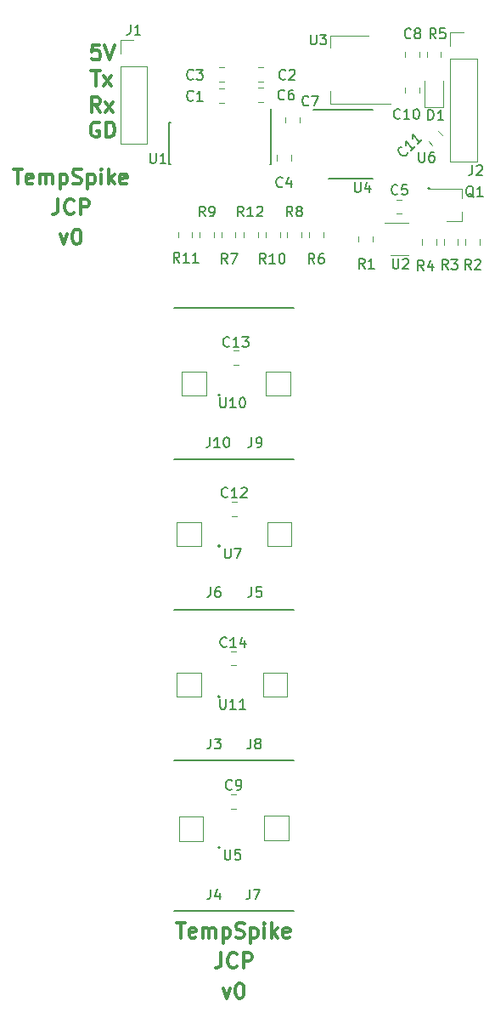
<source format=gto>
G04 #@! TF.GenerationSoftware,KiCad,Pcbnew,(5.0.2)-1*
G04 #@! TF.CreationDate,2020-07-12T04:03:39+02:00*
G04 #@! TF.ProjectId,TempSpike,54656d70-5370-4696-9b65-2e6b69636164,rev?*
G04 #@! TF.SameCoordinates,Original*
G04 #@! TF.FileFunction,Legend,Top*
G04 #@! TF.FilePolarity,Positive*
%FSLAX46Y46*%
G04 Gerber Fmt 4.6, Leading zero omitted, Abs format (unit mm)*
G04 Created by KiCad (PCBNEW (5.0.2)-1) date 2020/07/12 04:03:39*
%MOMM*%
%LPD*%
G01*
G04 APERTURE LIST*
%ADD10C,0.300000*%
%ADD11C,0.200000*%
%ADD12C,0.120000*%
%ADD13C,0.150000*%
G04 APERTURE END LIST*
D10*
X139542857Y-47550000D02*
X139400000Y-47478571D01*
X139185714Y-47478571D01*
X138971428Y-47550000D01*
X138828571Y-47692857D01*
X138757142Y-47835714D01*
X138685714Y-48121428D01*
X138685714Y-48335714D01*
X138757142Y-48621428D01*
X138828571Y-48764285D01*
X138971428Y-48907142D01*
X139185714Y-48978571D01*
X139328571Y-48978571D01*
X139542857Y-48907142D01*
X139614285Y-48835714D01*
X139614285Y-48335714D01*
X139328571Y-48335714D01*
X140257142Y-48978571D02*
X140257142Y-47478571D01*
X140614285Y-47478571D01*
X140828571Y-47550000D01*
X140971428Y-47692857D01*
X141042857Y-47835714D01*
X141114285Y-48121428D01*
X141114285Y-48335714D01*
X141042857Y-48621428D01*
X140971428Y-48764285D01*
X140828571Y-48907142D01*
X140614285Y-48978571D01*
X140257142Y-48978571D01*
X139614285Y-39778571D02*
X138900000Y-39778571D01*
X138828571Y-40492857D01*
X138900000Y-40421428D01*
X139042857Y-40350000D01*
X139400000Y-40350000D01*
X139542857Y-40421428D01*
X139614285Y-40492857D01*
X139685714Y-40635714D01*
X139685714Y-40992857D01*
X139614285Y-41135714D01*
X139542857Y-41207142D01*
X139400000Y-41278571D01*
X139042857Y-41278571D01*
X138900000Y-41207142D01*
X138828571Y-41135714D01*
X140114285Y-39778571D02*
X140614285Y-41278571D01*
X141114285Y-39778571D01*
X138764285Y-42378571D02*
X139621428Y-42378571D01*
X139192857Y-43878571D02*
X139192857Y-42378571D01*
X139978571Y-43878571D02*
X140764285Y-42878571D01*
X139978571Y-42878571D02*
X140764285Y-43878571D01*
X139657142Y-46478571D02*
X139157142Y-45764285D01*
X138800000Y-46478571D02*
X138800000Y-44978571D01*
X139371428Y-44978571D01*
X139514285Y-45050000D01*
X139585714Y-45121428D01*
X139657142Y-45264285D01*
X139657142Y-45478571D01*
X139585714Y-45621428D01*
X139514285Y-45692857D01*
X139371428Y-45764285D01*
X138800000Y-45764285D01*
X140157142Y-46478571D02*
X140942857Y-45478571D01*
X140157142Y-45478571D02*
X140942857Y-46478571D01*
X135672571Y-58637571D02*
X136029714Y-59637571D01*
X136386857Y-58637571D01*
X137244000Y-58137571D02*
X137386857Y-58137571D01*
X137529714Y-58209000D01*
X137601142Y-58280428D01*
X137672571Y-58423285D01*
X137744000Y-58709000D01*
X137744000Y-59066142D01*
X137672571Y-59351857D01*
X137601142Y-59494714D01*
X137529714Y-59566142D01*
X137386857Y-59637571D01*
X137244000Y-59637571D01*
X137101142Y-59566142D01*
X137029714Y-59494714D01*
X136958285Y-59351857D01*
X136886857Y-59066142D01*
X136886857Y-58709000D01*
X136958285Y-58423285D01*
X137029714Y-58280428D01*
X137101142Y-58209000D01*
X137244000Y-58137571D01*
X130994000Y-52137571D02*
X131851142Y-52137571D01*
X131422571Y-53637571D02*
X131422571Y-52137571D01*
X132922571Y-53566142D02*
X132779714Y-53637571D01*
X132494000Y-53637571D01*
X132351142Y-53566142D01*
X132279714Y-53423285D01*
X132279714Y-52851857D01*
X132351142Y-52709000D01*
X132494000Y-52637571D01*
X132779714Y-52637571D01*
X132922571Y-52709000D01*
X132994000Y-52851857D01*
X132994000Y-52994714D01*
X132279714Y-53137571D01*
X133636857Y-53637571D02*
X133636857Y-52637571D01*
X133636857Y-52780428D02*
X133708285Y-52709000D01*
X133851142Y-52637571D01*
X134065428Y-52637571D01*
X134208285Y-52709000D01*
X134279714Y-52851857D01*
X134279714Y-53637571D01*
X134279714Y-52851857D02*
X134351142Y-52709000D01*
X134494000Y-52637571D01*
X134708285Y-52637571D01*
X134851142Y-52709000D01*
X134922571Y-52851857D01*
X134922571Y-53637571D01*
X135636857Y-52637571D02*
X135636857Y-54137571D01*
X135636857Y-52709000D02*
X135779714Y-52637571D01*
X136065428Y-52637571D01*
X136208285Y-52709000D01*
X136279714Y-52780428D01*
X136351142Y-52923285D01*
X136351142Y-53351857D01*
X136279714Y-53494714D01*
X136208285Y-53566142D01*
X136065428Y-53637571D01*
X135779714Y-53637571D01*
X135636857Y-53566142D01*
X136922571Y-53566142D02*
X137136857Y-53637571D01*
X137494000Y-53637571D01*
X137636857Y-53566142D01*
X137708285Y-53494714D01*
X137779714Y-53351857D01*
X137779714Y-53209000D01*
X137708285Y-53066142D01*
X137636857Y-52994714D01*
X137494000Y-52923285D01*
X137208285Y-52851857D01*
X137065428Y-52780428D01*
X136994000Y-52709000D01*
X136922571Y-52566142D01*
X136922571Y-52423285D01*
X136994000Y-52280428D01*
X137065428Y-52209000D01*
X137208285Y-52137571D01*
X137565428Y-52137571D01*
X137779714Y-52209000D01*
X138422571Y-52637571D02*
X138422571Y-54137571D01*
X138422571Y-52709000D02*
X138565428Y-52637571D01*
X138851142Y-52637571D01*
X138994000Y-52709000D01*
X139065428Y-52780428D01*
X139136857Y-52923285D01*
X139136857Y-53351857D01*
X139065428Y-53494714D01*
X138994000Y-53566142D01*
X138851142Y-53637571D01*
X138565428Y-53637571D01*
X138422571Y-53566142D01*
X139779714Y-53637571D02*
X139779714Y-52637571D01*
X139779714Y-52137571D02*
X139708285Y-52209000D01*
X139779714Y-52280428D01*
X139851142Y-52209000D01*
X139779714Y-52137571D01*
X139779714Y-52280428D01*
X140494000Y-53637571D02*
X140494000Y-52137571D01*
X140636857Y-53066142D02*
X141065428Y-53637571D01*
X141065428Y-52637571D02*
X140494000Y-53209000D01*
X142279714Y-53566142D02*
X142136857Y-53637571D01*
X141851142Y-53637571D01*
X141708285Y-53566142D01*
X141636857Y-53423285D01*
X141636857Y-52851857D01*
X141708285Y-52709000D01*
X141851142Y-52637571D01*
X142136857Y-52637571D01*
X142279714Y-52709000D01*
X142351142Y-52851857D01*
X142351142Y-52994714D01*
X141636857Y-53137571D01*
X135458285Y-55137571D02*
X135458285Y-56209000D01*
X135386857Y-56423285D01*
X135244000Y-56566142D01*
X135029714Y-56637571D01*
X134886857Y-56637571D01*
X137029714Y-56494714D02*
X136958285Y-56566142D01*
X136744000Y-56637571D01*
X136601142Y-56637571D01*
X136386857Y-56566142D01*
X136244000Y-56423285D01*
X136172571Y-56280428D01*
X136101142Y-55994714D01*
X136101142Y-55780428D01*
X136172571Y-55494714D01*
X136244000Y-55351857D01*
X136386857Y-55209000D01*
X136601142Y-55137571D01*
X136744000Y-55137571D01*
X136958285Y-55209000D01*
X137029714Y-55280428D01*
X137672571Y-56637571D02*
X137672571Y-55137571D01*
X138244000Y-55137571D01*
X138386857Y-55209000D01*
X138458285Y-55280428D01*
X138529714Y-55423285D01*
X138529714Y-55637571D01*
X138458285Y-55780428D01*
X138386857Y-55851857D01*
X138244000Y-55923285D01*
X137672571Y-55923285D01*
X151928571Y-133678571D02*
X152285714Y-134678571D01*
X152642857Y-133678571D01*
X153500000Y-133178571D02*
X153642857Y-133178571D01*
X153785714Y-133250000D01*
X153857142Y-133321428D01*
X153928571Y-133464285D01*
X154000000Y-133750000D01*
X154000000Y-134107142D01*
X153928571Y-134392857D01*
X153857142Y-134535714D01*
X153785714Y-134607142D01*
X153642857Y-134678571D01*
X153500000Y-134678571D01*
X153357142Y-134607142D01*
X153285714Y-134535714D01*
X153214285Y-134392857D01*
X153142857Y-134107142D01*
X153142857Y-133750000D01*
X153214285Y-133464285D01*
X153285714Y-133321428D01*
X153357142Y-133250000D01*
X153500000Y-133178571D01*
X151714285Y-130178571D02*
X151714285Y-131250000D01*
X151642857Y-131464285D01*
X151500000Y-131607142D01*
X151285714Y-131678571D01*
X151142857Y-131678571D01*
X153285714Y-131535714D02*
X153214285Y-131607142D01*
X153000000Y-131678571D01*
X152857142Y-131678571D01*
X152642857Y-131607142D01*
X152500000Y-131464285D01*
X152428571Y-131321428D01*
X152357142Y-131035714D01*
X152357142Y-130821428D01*
X152428571Y-130535714D01*
X152500000Y-130392857D01*
X152642857Y-130250000D01*
X152857142Y-130178571D01*
X153000000Y-130178571D01*
X153214285Y-130250000D01*
X153285714Y-130321428D01*
X153928571Y-131678571D02*
X153928571Y-130178571D01*
X154500000Y-130178571D01*
X154642857Y-130250000D01*
X154714285Y-130321428D01*
X154785714Y-130464285D01*
X154785714Y-130678571D01*
X154714285Y-130821428D01*
X154642857Y-130892857D01*
X154500000Y-130964285D01*
X153928571Y-130964285D01*
X147250000Y-127178571D02*
X148107142Y-127178571D01*
X147678571Y-128678571D02*
X147678571Y-127178571D01*
X149178571Y-128607142D02*
X149035714Y-128678571D01*
X148750000Y-128678571D01*
X148607142Y-128607142D01*
X148535714Y-128464285D01*
X148535714Y-127892857D01*
X148607142Y-127750000D01*
X148750000Y-127678571D01*
X149035714Y-127678571D01*
X149178571Y-127750000D01*
X149250000Y-127892857D01*
X149250000Y-128035714D01*
X148535714Y-128178571D01*
X149892857Y-128678571D02*
X149892857Y-127678571D01*
X149892857Y-127821428D02*
X149964285Y-127750000D01*
X150107142Y-127678571D01*
X150321428Y-127678571D01*
X150464285Y-127750000D01*
X150535714Y-127892857D01*
X150535714Y-128678571D01*
X150535714Y-127892857D02*
X150607142Y-127750000D01*
X150750000Y-127678571D01*
X150964285Y-127678571D01*
X151107142Y-127750000D01*
X151178571Y-127892857D01*
X151178571Y-128678571D01*
X151892857Y-127678571D02*
X151892857Y-129178571D01*
X151892857Y-127750000D02*
X152035714Y-127678571D01*
X152321428Y-127678571D01*
X152464285Y-127750000D01*
X152535714Y-127821428D01*
X152607142Y-127964285D01*
X152607142Y-128392857D01*
X152535714Y-128535714D01*
X152464285Y-128607142D01*
X152321428Y-128678571D01*
X152035714Y-128678571D01*
X151892857Y-128607142D01*
X153178571Y-128607142D02*
X153392857Y-128678571D01*
X153750000Y-128678571D01*
X153892857Y-128607142D01*
X153964285Y-128535714D01*
X154035714Y-128392857D01*
X154035714Y-128250000D01*
X153964285Y-128107142D01*
X153892857Y-128035714D01*
X153750000Y-127964285D01*
X153464285Y-127892857D01*
X153321428Y-127821428D01*
X153250000Y-127750000D01*
X153178571Y-127607142D01*
X153178571Y-127464285D01*
X153250000Y-127321428D01*
X153321428Y-127250000D01*
X153464285Y-127178571D01*
X153821428Y-127178571D01*
X154035714Y-127250000D01*
X154678571Y-127678571D02*
X154678571Y-129178571D01*
X154678571Y-127750000D02*
X154821428Y-127678571D01*
X155107142Y-127678571D01*
X155250000Y-127750000D01*
X155321428Y-127821428D01*
X155392857Y-127964285D01*
X155392857Y-128392857D01*
X155321428Y-128535714D01*
X155250000Y-128607142D01*
X155107142Y-128678571D01*
X154821428Y-128678571D01*
X154678571Y-128607142D01*
X156035714Y-128678571D02*
X156035714Y-127678571D01*
X156035714Y-127178571D02*
X155964285Y-127250000D01*
X156035714Y-127321428D01*
X156107142Y-127250000D01*
X156035714Y-127178571D01*
X156035714Y-127321428D01*
X156750000Y-128678571D02*
X156750000Y-127178571D01*
X156892857Y-128107142D02*
X157321428Y-128678571D01*
X157321428Y-127678571D02*
X156750000Y-128250000D01*
X158535714Y-128607142D02*
X158392857Y-128678571D01*
X158107142Y-128678571D01*
X157964285Y-128607142D01*
X157892857Y-128464285D01*
X157892857Y-127892857D01*
X157964285Y-127750000D01*
X158107142Y-127678571D01*
X158392857Y-127678571D01*
X158535714Y-127750000D01*
X158607142Y-127892857D01*
X158607142Y-128035714D01*
X157892857Y-128178571D01*
D11*
X147000000Y-66000000D02*
X159000000Y-66000000D01*
X147000000Y-81000000D02*
X159000000Y-81000000D01*
X147000000Y-96000000D02*
X159000000Y-96000000D01*
X159000000Y-111000000D02*
X147000000Y-111000000D01*
X147000000Y-126000000D02*
X159000000Y-126000000D01*
D12*
G04 #@! TO.C,C1*
X152011078Y-44110000D02*
X151493922Y-44110000D01*
X152011078Y-45530000D02*
X151493922Y-45530000D01*
G04 #@! TO.C,C2*
X155368922Y-45500000D02*
X155886078Y-45500000D01*
X155368922Y-44080000D02*
X155886078Y-44080000D01*
G04 #@! TO.C,C3*
X151488922Y-42040000D02*
X152006078Y-42040000D01*
X151488922Y-43460000D02*
X152006078Y-43460000D01*
G04 #@! TO.C,C4*
X158698000Y-51280078D02*
X158698000Y-50762922D01*
X157278000Y-51280078D02*
X157278000Y-50762922D01*
G04 #@! TO.C,C5*
X169237922Y-55186000D02*
X169755078Y-55186000D01*
X169237922Y-56606000D02*
X169755078Y-56606000D01*
G04 #@! TO.C,C6*
X155891078Y-43460000D02*
X155373922Y-43460000D01*
X155891078Y-42040000D02*
X155373922Y-42040000D01*
G04 #@! TO.C,C7*
X159523500Y-47533578D02*
X159523500Y-47016422D01*
X158103500Y-47533578D02*
X158103500Y-47016422D01*
G04 #@! TO.C,C8*
X170090000Y-40445922D02*
X170090000Y-40963078D01*
X171510000Y-40445922D02*
X171510000Y-40963078D01*
G04 #@! TO.C,C9*
X153216078Y-114420000D02*
X152698922Y-114420000D01*
X153216078Y-115840000D02*
X152698922Y-115840000D01*
G04 #@! TO.C,C10*
X170090000Y-44556078D02*
X170090000Y-44038922D01*
X171510000Y-44556078D02*
X171510000Y-44038922D01*
G04 #@! TO.C,C11*
X173392291Y-48388699D02*
X173757975Y-48754383D01*
X172388199Y-49392791D02*
X172753883Y-49758475D01*
G04 #@! TO.C,C12*
X153276078Y-86730000D02*
X152758922Y-86730000D01*
X153276078Y-85310000D02*
X152758922Y-85310000D01*
G04 #@! TO.C,C13*
X153446078Y-71630000D02*
X152928922Y-71630000D01*
X153446078Y-70210000D02*
X152928922Y-70210000D01*
G04 #@! TO.C,C14*
X153201078Y-100150000D02*
X152683922Y-100150000D01*
X153201078Y-101570000D02*
X152683922Y-101570000D01*
G04 #@! TO.C,D1*
X171985000Y-43324000D02*
X171985000Y-46009000D01*
X171985000Y-46009000D02*
X173905000Y-46009000D01*
X173905000Y-46009000D02*
X173905000Y-43324000D01*
G04 #@! TO.C,J1*
X141672000Y-49606000D02*
X144332000Y-49606000D01*
X141672000Y-41926000D02*
X141672000Y-49606000D01*
X144332000Y-41926000D02*
X144332000Y-49606000D01*
X141672000Y-41926000D02*
X144332000Y-41926000D01*
X141672000Y-40656000D02*
X141672000Y-39326000D01*
X141672000Y-39326000D02*
X143002000Y-39326000D01*
G04 #@! TO.C,J2*
X174565000Y-51384000D02*
X177225000Y-51384000D01*
X174565000Y-41164000D02*
X174565000Y-51384000D01*
X177225000Y-41164000D02*
X177225000Y-51384000D01*
X174565000Y-41164000D02*
X177225000Y-41164000D01*
X174565000Y-39894000D02*
X174565000Y-38564000D01*
X174565000Y-38564000D02*
X175895000Y-38564000D01*
G04 #@! TO.C,J3*
X147300000Y-104700000D02*
X147300000Y-102300000D01*
X149700000Y-104700000D02*
X147300000Y-104700000D01*
X149700000Y-102300000D02*
X149700000Y-104700000D01*
X147300000Y-102300000D02*
X149700000Y-102300000D01*
G04 #@! TO.C,J4*
X147517000Y-116620000D02*
X149917000Y-116620000D01*
X149917000Y-116620000D02*
X149917000Y-119020000D01*
X149917000Y-119020000D02*
X147517000Y-119020000D01*
X147517000Y-119020000D02*
X147517000Y-116620000D01*
G04 #@! TO.C,J5*
X156310000Y-89700000D02*
X156310000Y-87300000D01*
X158710000Y-89700000D02*
X156310000Y-89700000D01*
X158710000Y-87300000D02*
X158710000Y-89700000D01*
X156310000Y-87300000D02*
X158710000Y-87300000D01*
G04 #@! TO.C,J6*
X147300000Y-87300000D02*
X149700000Y-87300000D01*
X149700000Y-87300000D02*
X149700000Y-89700000D01*
X149700000Y-89700000D02*
X147300000Y-89700000D01*
X147300000Y-89700000D02*
X147300000Y-87300000D01*
G04 #@! TO.C,J7*
X156026000Y-118929000D02*
X156026000Y-116529000D01*
X158426000Y-118929000D02*
X156026000Y-118929000D01*
X158426000Y-116529000D02*
X158426000Y-118929000D01*
X156026000Y-116529000D02*
X158426000Y-116529000D01*
G04 #@! TO.C,J8*
X155899000Y-102300000D02*
X158299000Y-102300000D01*
X158299000Y-102300000D02*
X158299000Y-104700000D01*
X158299000Y-104700000D02*
X155899000Y-104700000D01*
X155899000Y-104700000D02*
X155899000Y-102300000D01*
G04 #@! TO.C,J9*
X156200000Y-74700000D02*
X156200000Y-72300000D01*
X158600000Y-74700000D02*
X156200000Y-74700000D01*
X158600000Y-72300000D02*
X158600000Y-74700000D01*
X156200000Y-72300000D02*
X158600000Y-72300000D01*
G04 #@! TO.C,J10*
X147810000Y-72300000D02*
X150210000Y-72300000D01*
X150210000Y-72300000D02*
X150210000Y-74700000D01*
X150210000Y-74700000D02*
X147810000Y-74700000D01*
X147810000Y-74700000D02*
X147810000Y-72300000D01*
G04 #@! TO.C,Q1*
X175695538Y-57294378D02*
X175695538Y-56364378D01*
X175695538Y-54134378D02*
X175695538Y-55064378D01*
X175695538Y-54134378D02*
X172535538Y-54134378D01*
X175695538Y-57294378D02*
X174235538Y-57294378D01*
G04 #@! TO.C,R1*
X166826000Y-58860922D02*
X166826000Y-59378078D01*
X165406000Y-58860922D02*
X165406000Y-59378078D01*
G04 #@! TO.C,R2*
X177494000Y-59662078D02*
X177494000Y-59144922D01*
X176074000Y-59662078D02*
X176074000Y-59144922D01*
G04 #@! TO.C,R3*
X175335000Y-59144922D02*
X175335000Y-59662078D01*
X173915000Y-59144922D02*
X173915000Y-59662078D01*
G04 #@! TO.C,R4*
X171756000Y-59144922D02*
X171756000Y-59662078D01*
X173176000Y-59144922D02*
X173176000Y-59662078D01*
G04 #@! TO.C,R5*
X172215000Y-40972578D02*
X172215000Y-40455422D01*
X173635000Y-40972578D02*
X173635000Y-40455422D01*
G04 #@! TO.C,R6*
X160490000Y-58921078D02*
X160490000Y-58403922D01*
X161910000Y-58921078D02*
X161910000Y-58403922D01*
G04 #@! TO.C,R7*
X153145000Y-58924078D02*
X153145000Y-58406922D01*
X151725000Y-58924078D02*
X151725000Y-58406922D01*
G04 #@! TO.C,R8*
X159727000Y-58924078D02*
X159727000Y-58406922D01*
X158307000Y-58924078D02*
X158307000Y-58406922D01*
G04 #@! TO.C,R9*
X149566000Y-58924078D02*
X149566000Y-58406922D01*
X150986000Y-58924078D02*
X150986000Y-58406922D01*
G04 #@! TO.C,R10*
X156148000Y-58924078D02*
X156148000Y-58406922D01*
X157568000Y-58924078D02*
X157568000Y-58406922D01*
G04 #@! TO.C,R11*
X148827000Y-58924078D02*
X148827000Y-58406922D01*
X147407000Y-58924078D02*
X147407000Y-58406922D01*
G04 #@! TO.C,R12*
X155409000Y-58924078D02*
X155409000Y-58406922D01*
X153989000Y-58924078D02*
X153989000Y-58406922D01*
D13*
G04 #@! TO.C,U1*
X156680000Y-47545000D02*
X156680000Y-46170000D01*
X146555000Y-47545000D02*
X146555000Y-51695000D01*
X156705000Y-47545000D02*
X156705000Y-51695000D01*
X146555000Y-47545000D02*
X146660000Y-47545000D01*
X146555000Y-51695000D02*
X146660000Y-51695000D01*
X156705000Y-51695000D02*
X156600000Y-51695000D01*
X156705000Y-47545000D02*
X156680000Y-47545000D01*
D12*
G04 #@! TO.C,U2*
X168630000Y-60723000D02*
X170430000Y-60723000D01*
X170430000Y-57503000D02*
X167980000Y-57503000D01*
G04 #@! TO.C,U3*
X162640000Y-38840000D02*
X162640000Y-40100000D01*
X162640000Y-45660000D02*
X162640000Y-44400000D01*
X166400000Y-38840000D02*
X162640000Y-38840000D01*
X168650000Y-45660000D02*
X162640000Y-45660000D01*
D13*
G04 #@! TO.C,U4*
X162415000Y-53105000D02*
X166865000Y-53105000D01*
X160890000Y-46205000D02*
X166865000Y-46205000D01*
D11*
G04 #@! TO.C,U5*
X151588898Y-119674440D02*
G75*
G03X151588898Y-119674440I-90018J0D01*
G01*
G04 #@! TO.C,U6*
X172525858Y-54082440D02*
G75*
G03X172525858Y-54082440I-90018J0D01*
G01*
G04 #@! TO.C,U7*
X151598898Y-89674440D02*
G75*
G03X151598898Y-89674440I-90018J0D01*
G01*
G04 #@! TO.C,U10*
X151593398Y-74674440D02*
G75*
G03X151593398Y-74674440I-90018J0D01*
G01*
G04 #@! TO.C,U11*
X151588898Y-104674440D02*
G75*
G03X151588898Y-104674440I-90018J0D01*
G01*
G04 #@! TO.C,C1*
D13*
X148933333Y-45257142D02*
X148885714Y-45304761D01*
X148742857Y-45352380D01*
X148647619Y-45352380D01*
X148504761Y-45304761D01*
X148409523Y-45209523D01*
X148361904Y-45114285D01*
X148314285Y-44923809D01*
X148314285Y-44780952D01*
X148361904Y-44590476D01*
X148409523Y-44495238D01*
X148504761Y-44400000D01*
X148647619Y-44352380D01*
X148742857Y-44352380D01*
X148885714Y-44400000D01*
X148933333Y-44447619D01*
X149885714Y-45352380D02*
X149314285Y-45352380D01*
X149600000Y-45352380D02*
X149600000Y-44352380D01*
X149504761Y-44495238D01*
X149409523Y-44590476D01*
X149314285Y-44638095D01*
G04 #@! TO.C,C2*
X158133333Y-43157142D02*
X158085714Y-43204761D01*
X157942857Y-43252380D01*
X157847619Y-43252380D01*
X157704761Y-43204761D01*
X157609523Y-43109523D01*
X157561904Y-43014285D01*
X157514285Y-42823809D01*
X157514285Y-42680952D01*
X157561904Y-42490476D01*
X157609523Y-42395238D01*
X157704761Y-42300000D01*
X157847619Y-42252380D01*
X157942857Y-42252380D01*
X158085714Y-42300000D01*
X158133333Y-42347619D01*
X158514285Y-42347619D02*
X158561904Y-42300000D01*
X158657142Y-42252380D01*
X158895238Y-42252380D01*
X158990476Y-42300000D01*
X159038095Y-42347619D01*
X159085714Y-42442857D01*
X159085714Y-42538095D01*
X159038095Y-42680952D01*
X158466666Y-43252380D01*
X159085714Y-43252380D01*
G04 #@! TO.C,C3*
X148933333Y-43157142D02*
X148885714Y-43204761D01*
X148742857Y-43252380D01*
X148647619Y-43252380D01*
X148504761Y-43204761D01*
X148409523Y-43109523D01*
X148361904Y-43014285D01*
X148314285Y-42823809D01*
X148314285Y-42680952D01*
X148361904Y-42490476D01*
X148409523Y-42395238D01*
X148504761Y-42300000D01*
X148647619Y-42252380D01*
X148742857Y-42252380D01*
X148885714Y-42300000D01*
X148933333Y-42347619D01*
X149266666Y-42252380D02*
X149885714Y-42252380D01*
X149552380Y-42633333D01*
X149695238Y-42633333D01*
X149790476Y-42680952D01*
X149838095Y-42728571D01*
X149885714Y-42823809D01*
X149885714Y-43061904D01*
X149838095Y-43157142D01*
X149790476Y-43204761D01*
X149695238Y-43252380D01*
X149409523Y-43252380D01*
X149314285Y-43204761D01*
X149266666Y-43157142D01*
G04 #@! TO.C,C4*
X157833333Y-53857142D02*
X157785714Y-53904761D01*
X157642857Y-53952380D01*
X157547619Y-53952380D01*
X157404761Y-53904761D01*
X157309523Y-53809523D01*
X157261904Y-53714285D01*
X157214285Y-53523809D01*
X157214285Y-53380952D01*
X157261904Y-53190476D01*
X157309523Y-53095238D01*
X157404761Y-53000000D01*
X157547619Y-52952380D01*
X157642857Y-52952380D01*
X157785714Y-53000000D01*
X157833333Y-53047619D01*
X158690476Y-53285714D02*
X158690476Y-53952380D01*
X158452380Y-52904761D02*
X158214285Y-53619047D01*
X158833333Y-53619047D01*
G04 #@! TO.C,C5*
X169329833Y-54603142D02*
X169282214Y-54650761D01*
X169139357Y-54698380D01*
X169044119Y-54698380D01*
X168901261Y-54650761D01*
X168806023Y-54555523D01*
X168758404Y-54460285D01*
X168710785Y-54269809D01*
X168710785Y-54126952D01*
X168758404Y-53936476D01*
X168806023Y-53841238D01*
X168901261Y-53746000D01*
X169044119Y-53698380D01*
X169139357Y-53698380D01*
X169282214Y-53746000D01*
X169329833Y-53793619D01*
X170234595Y-53698380D02*
X169758404Y-53698380D01*
X169710785Y-54174571D01*
X169758404Y-54126952D01*
X169853642Y-54079333D01*
X170091738Y-54079333D01*
X170186976Y-54126952D01*
X170234595Y-54174571D01*
X170282214Y-54269809D01*
X170282214Y-54507904D01*
X170234595Y-54603142D01*
X170186976Y-54650761D01*
X170091738Y-54698380D01*
X169853642Y-54698380D01*
X169758404Y-54650761D01*
X169710785Y-54603142D01*
G04 #@! TO.C,C6*
X158033333Y-45157142D02*
X157985714Y-45204761D01*
X157842857Y-45252380D01*
X157747619Y-45252380D01*
X157604761Y-45204761D01*
X157509523Y-45109523D01*
X157461904Y-45014285D01*
X157414285Y-44823809D01*
X157414285Y-44680952D01*
X157461904Y-44490476D01*
X157509523Y-44395238D01*
X157604761Y-44300000D01*
X157747619Y-44252380D01*
X157842857Y-44252380D01*
X157985714Y-44300000D01*
X158033333Y-44347619D01*
X158890476Y-44252380D02*
X158700000Y-44252380D01*
X158604761Y-44300000D01*
X158557142Y-44347619D01*
X158461904Y-44490476D01*
X158414285Y-44680952D01*
X158414285Y-45061904D01*
X158461904Y-45157142D01*
X158509523Y-45204761D01*
X158604761Y-45252380D01*
X158795238Y-45252380D01*
X158890476Y-45204761D01*
X158938095Y-45157142D01*
X158985714Y-45061904D01*
X158985714Y-44823809D01*
X158938095Y-44728571D01*
X158890476Y-44680952D01*
X158795238Y-44633333D01*
X158604761Y-44633333D01*
X158509523Y-44680952D01*
X158461904Y-44728571D01*
X158414285Y-44823809D01*
G04 #@! TO.C,C7*
X160433333Y-45757142D02*
X160385714Y-45804761D01*
X160242857Y-45852380D01*
X160147619Y-45852380D01*
X160004761Y-45804761D01*
X159909523Y-45709523D01*
X159861904Y-45614285D01*
X159814285Y-45423809D01*
X159814285Y-45280952D01*
X159861904Y-45090476D01*
X159909523Y-44995238D01*
X160004761Y-44900000D01*
X160147619Y-44852380D01*
X160242857Y-44852380D01*
X160385714Y-44900000D01*
X160433333Y-44947619D01*
X160766666Y-44852380D02*
X161433333Y-44852380D01*
X161004761Y-45852380D01*
G04 #@! TO.C,C8*
X170633333Y-39057142D02*
X170585714Y-39104761D01*
X170442857Y-39152380D01*
X170347619Y-39152380D01*
X170204761Y-39104761D01*
X170109523Y-39009523D01*
X170061904Y-38914285D01*
X170014285Y-38723809D01*
X170014285Y-38580952D01*
X170061904Y-38390476D01*
X170109523Y-38295238D01*
X170204761Y-38200000D01*
X170347619Y-38152380D01*
X170442857Y-38152380D01*
X170585714Y-38200000D01*
X170633333Y-38247619D01*
X171204761Y-38580952D02*
X171109523Y-38533333D01*
X171061904Y-38485714D01*
X171014285Y-38390476D01*
X171014285Y-38342857D01*
X171061904Y-38247619D01*
X171109523Y-38200000D01*
X171204761Y-38152380D01*
X171395238Y-38152380D01*
X171490476Y-38200000D01*
X171538095Y-38247619D01*
X171585714Y-38342857D01*
X171585714Y-38390476D01*
X171538095Y-38485714D01*
X171490476Y-38533333D01*
X171395238Y-38580952D01*
X171204761Y-38580952D01*
X171109523Y-38628571D01*
X171061904Y-38676190D01*
X171014285Y-38771428D01*
X171014285Y-38961904D01*
X171061904Y-39057142D01*
X171109523Y-39104761D01*
X171204761Y-39152380D01*
X171395238Y-39152380D01*
X171490476Y-39104761D01*
X171538095Y-39057142D01*
X171585714Y-38961904D01*
X171585714Y-38771428D01*
X171538095Y-38676190D01*
X171490476Y-38628571D01*
X171395238Y-38580952D01*
G04 #@! TO.C,C9*
X152790833Y-113857142D02*
X152743214Y-113904761D01*
X152600357Y-113952380D01*
X152505119Y-113952380D01*
X152362261Y-113904761D01*
X152267023Y-113809523D01*
X152219404Y-113714285D01*
X152171785Y-113523809D01*
X152171785Y-113380952D01*
X152219404Y-113190476D01*
X152267023Y-113095238D01*
X152362261Y-113000000D01*
X152505119Y-112952380D01*
X152600357Y-112952380D01*
X152743214Y-113000000D01*
X152790833Y-113047619D01*
X153267023Y-113952380D02*
X153457500Y-113952380D01*
X153552738Y-113904761D01*
X153600357Y-113857142D01*
X153695595Y-113714285D01*
X153743214Y-113523809D01*
X153743214Y-113142857D01*
X153695595Y-113047619D01*
X153647976Y-113000000D01*
X153552738Y-112952380D01*
X153362261Y-112952380D01*
X153267023Y-113000000D01*
X153219404Y-113047619D01*
X153171785Y-113142857D01*
X153171785Y-113380952D01*
X153219404Y-113476190D01*
X153267023Y-113523809D01*
X153362261Y-113571428D01*
X153552738Y-113571428D01*
X153647976Y-113523809D01*
X153695595Y-113476190D01*
X153743214Y-113380952D01*
G04 #@! TO.C,C10*
X169557142Y-47057142D02*
X169509523Y-47104761D01*
X169366666Y-47152380D01*
X169271428Y-47152380D01*
X169128571Y-47104761D01*
X169033333Y-47009523D01*
X168985714Y-46914285D01*
X168938095Y-46723809D01*
X168938095Y-46580952D01*
X168985714Y-46390476D01*
X169033333Y-46295238D01*
X169128571Y-46200000D01*
X169271428Y-46152380D01*
X169366666Y-46152380D01*
X169509523Y-46200000D01*
X169557142Y-46247619D01*
X170509523Y-47152380D02*
X169938095Y-47152380D01*
X170223809Y-47152380D02*
X170223809Y-46152380D01*
X170128571Y-46295238D01*
X170033333Y-46390476D01*
X169938095Y-46438095D01*
X171128571Y-46152380D02*
X171223809Y-46152380D01*
X171319047Y-46200000D01*
X171366666Y-46247619D01*
X171414285Y-46342857D01*
X171461904Y-46533333D01*
X171461904Y-46771428D01*
X171414285Y-46961904D01*
X171366666Y-47057142D01*
X171319047Y-47104761D01*
X171223809Y-47152380D01*
X171128571Y-47152380D01*
X171033333Y-47104761D01*
X170985714Y-47057142D01*
X170938095Y-46961904D01*
X170890476Y-46771428D01*
X170890476Y-46533333D01*
X170938095Y-46342857D01*
X170985714Y-46247619D01*
X171033333Y-46200000D01*
X171128571Y-46152380D01*
G04 #@! TO.C,C11*
X170297969Y-50507106D02*
X170297969Y-50574450D01*
X170230625Y-50709137D01*
X170163282Y-50776480D01*
X170028595Y-50843824D01*
X169893908Y-50843824D01*
X169792893Y-50810152D01*
X169624534Y-50709137D01*
X169523519Y-50608122D01*
X169422503Y-50439763D01*
X169388832Y-50338748D01*
X169388832Y-50204061D01*
X169456175Y-50069374D01*
X169523519Y-50002030D01*
X169658206Y-49934687D01*
X169725549Y-49934687D01*
X171038748Y-49901015D02*
X170634687Y-50305076D01*
X170836717Y-50103045D02*
X170129610Y-49395938D01*
X170163282Y-49564297D01*
X170163282Y-49698984D01*
X170129610Y-49800000D01*
X171712183Y-49227580D02*
X171308122Y-49631641D01*
X171510152Y-49429610D02*
X170803045Y-48722503D01*
X170836717Y-48890862D01*
X170836717Y-49025549D01*
X170803045Y-49126564D01*
G04 #@! TO.C,C12*
X152374642Y-84757142D02*
X152327023Y-84804761D01*
X152184166Y-84852380D01*
X152088928Y-84852380D01*
X151946071Y-84804761D01*
X151850833Y-84709523D01*
X151803214Y-84614285D01*
X151755595Y-84423809D01*
X151755595Y-84280952D01*
X151803214Y-84090476D01*
X151850833Y-83995238D01*
X151946071Y-83900000D01*
X152088928Y-83852380D01*
X152184166Y-83852380D01*
X152327023Y-83900000D01*
X152374642Y-83947619D01*
X153327023Y-84852380D02*
X152755595Y-84852380D01*
X153041309Y-84852380D02*
X153041309Y-83852380D01*
X152946071Y-83995238D01*
X152850833Y-84090476D01*
X152755595Y-84138095D01*
X153707976Y-83947619D02*
X153755595Y-83900000D01*
X153850833Y-83852380D01*
X154088928Y-83852380D01*
X154184166Y-83900000D01*
X154231785Y-83947619D01*
X154279404Y-84042857D01*
X154279404Y-84138095D01*
X154231785Y-84280952D01*
X153660357Y-84852380D01*
X154279404Y-84852380D01*
G04 #@! TO.C,C13*
X152544642Y-69757142D02*
X152497023Y-69804761D01*
X152354166Y-69852380D01*
X152258928Y-69852380D01*
X152116071Y-69804761D01*
X152020833Y-69709523D01*
X151973214Y-69614285D01*
X151925595Y-69423809D01*
X151925595Y-69280952D01*
X151973214Y-69090476D01*
X152020833Y-68995238D01*
X152116071Y-68900000D01*
X152258928Y-68852380D01*
X152354166Y-68852380D01*
X152497023Y-68900000D01*
X152544642Y-68947619D01*
X153497023Y-69852380D02*
X152925595Y-69852380D01*
X153211309Y-69852380D02*
X153211309Y-68852380D01*
X153116071Y-68995238D01*
X153020833Y-69090476D01*
X152925595Y-69138095D01*
X153830357Y-68852380D02*
X154449404Y-68852380D01*
X154116071Y-69233333D01*
X154258928Y-69233333D01*
X154354166Y-69280952D01*
X154401785Y-69328571D01*
X154449404Y-69423809D01*
X154449404Y-69661904D01*
X154401785Y-69757142D01*
X154354166Y-69804761D01*
X154258928Y-69852380D01*
X153973214Y-69852380D01*
X153877976Y-69804761D01*
X153830357Y-69757142D01*
G04 #@! TO.C,C14*
X152257142Y-99657142D02*
X152209523Y-99704761D01*
X152066666Y-99752380D01*
X151971428Y-99752380D01*
X151828571Y-99704761D01*
X151733333Y-99609523D01*
X151685714Y-99514285D01*
X151638095Y-99323809D01*
X151638095Y-99180952D01*
X151685714Y-98990476D01*
X151733333Y-98895238D01*
X151828571Y-98800000D01*
X151971428Y-98752380D01*
X152066666Y-98752380D01*
X152209523Y-98800000D01*
X152257142Y-98847619D01*
X153209523Y-99752380D02*
X152638095Y-99752380D01*
X152923809Y-99752380D02*
X152923809Y-98752380D01*
X152828571Y-98895238D01*
X152733333Y-98990476D01*
X152638095Y-99038095D01*
X154066666Y-99085714D02*
X154066666Y-99752380D01*
X153828571Y-98704761D02*
X153590476Y-99419047D01*
X154209523Y-99419047D01*
G04 #@! TO.C,D1*
X172361904Y-47252380D02*
X172361904Y-46252380D01*
X172600000Y-46252380D01*
X172742857Y-46300000D01*
X172838095Y-46395238D01*
X172885714Y-46490476D01*
X172933333Y-46680952D01*
X172933333Y-46823809D01*
X172885714Y-47014285D01*
X172838095Y-47109523D01*
X172742857Y-47204761D01*
X172600000Y-47252380D01*
X172361904Y-47252380D01*
X173885714Y-47252380D02*
X173314285Y-47252380D01*
X173600000Y-47252380D02*
X173600000Y-46252380D01*
X173504761Y-46395238D01*
X173409523Y-46490476D01*
X173314285Y-46538095D01*
G04 #@! TO.C,J1*
X142668666Y-37778380D02*
X142668666Y-38492666D01*
X142621047Y-38635523D01*
X142525809Y-38730761D01*
X142382952Y-38778380D01*
X142287714Y-38778380D01*
X143668666Y-38778380D02*
X143097238Y-38778380D01*
X143382952Y-38778380D02*
X143382952Y-37778380D01*
X143287714Y-37921238D01*
X143192476Y-38016476D01*
X143097238Y-38064095D01*
G04 #@! TO.C,J2*
X176766666Y-51752380D02*
X176766666Y-52466666D01*
X176719047Y-52609523D01*
X176623809Y-52704761D01*
X176480952Y-52752380D01*
X176385714Y-52752380D01*
X177195238Y-51847619D02*
X177242857Y-51800000D01*
X177338095Y-51752380D01*
X177576190Y-51752380D01*
X177671428Y-51800000D01*
X177719047Y-51847619D01*
X177766666Y-51942857D01*
X177766666Y-52038095D01*
X177719047Y-52180952D01*
X177147619Y-52752380D01*
X177766666Y-52752380D01*
G04 #@! TO.C,J3*
X150666666Y-108852380D02*
X150666666Y-109566666D01*
X150619047Y-109709523D01*
X150523809Y-109804761D01*
X150380952Y-109852380D01*
X150285714Y-109852380D01*
X151047619Y-108852380D02*
X151666666Y-108852380D01*
X151333333Y-109233333D01*
X151476190Y-109233333D01*
X151571428Y-109280952D01*
X151619047Y-109328571D01*
X151666666Y-109423809D01*
X151666666Y-109661904D01*
X151619047Y-109757142D01*
X151571428Y-109804761D01*
X151476190Y-109852380D01*
X151190476Y-109852380D01*
X151095238Y-109804761D01*
X151047619Y-109757142D01*
G04 #@! TO.C,J4*
X150666666Y-123852380D02*
X150666666Y-124566666D01*
X150619047Y-124709523D01*
X150523809Y-124804761D01*
X150380952Y-124852380D01*
X150285714Y-124852380D01*
X151571428Y-124185714D02*
X151571428Y-124852380D01*
X151333333Y-123804761D02*
X151095238Y-124519047D01*
X151714285Y-124519047D01*
G04 #@! TO.C,J5*
X154766666Y-93752380D02*
X154766666Y-94466666D01*
X154719047Y-94609523D01*
X154623809Y-94704761D01*
X154480952Y-94752380D01*
X154385714Y-94752380D01*
X155719047Y-93752380D02*
X155242857Y-93752380D01*
X155195238Y-94228571D01*
X155242857Y-94180952D01*
X155338095Y-94133333D01*
X155576190Y-94133333D01*
X155671428Y-94180952D01*
X155719047Y-94228571D01*
X155766666Y-94323809D01*
X155766666Y-94561904D01*
X155719047Y-94657142D01*
X155671428Y-94704761D01*
X155576190Y-94752380D01*
X155338095Y-94752380D01*
X155242857Y-94704761D01*
X155195238Y-94657142D01*
G04 #@! TO.C,J6*
X150666666Y-93752380D02*
X150666666Y-94466666D01*
X150619047Y-94609523D01*
X150523809Y-94704761D01*
X150380952Y-94752380D01*
X150285714Y-94752380D01*
X151571428Y-93752380D02*
X151380952Y-93752380D01*
X151285714Y-93800000D01*
X151238095Y-93847619D01*
X151142857Y-93990476D01*
X151095238Y-94180952D01*
X151095238Y-94561904D01*
X151142857Y-94657142D01*
X151190476Y-94704761D01*
X151285714Y-94752380D01*
X151476190Y-94752380D01*
X151571428Y-94704761D01*
X151619047Y-94657142D01*
X151666666Y-94561904D01*
X151666666Y-94323809D01*
X151619047Y-94228571D01*
X151571428Y-94180952D01*
X151476190Y-94133333D01*
X151285714Y-94133333D01*
X151190476Y-94180952D01*
X151142857Y-94228571D01*
X151095238Y-94323809D01*
G04 #@! TO.C,J7*
X154566666Y-123852380D02*
X154566666Y-124566666D01*
X154519047Y-124709523D01*
X154423809Y-124804761D01*
X154280952Y-124852380D01*
X154185714Y-124852380D01*
X154947619Y-123852380D02*
X155614285Y-123852380D01*
X155185714Y-124852380D01*
G04 #@! TO.C,J8*
X154666666Y-108852380D02*
X154666666Y-109566666D01*
X154619047Y-109709523D01*
X154523809Y-109804761D01*
X154380952Y-109852380D01*
X154285714Y-109852380D01*
X155285714Y-109280952D02*
X155190476Y-109233333D01*
X155142857Y-109185714D01*
X155095238Y-109090476D01*
X155095238Y-109042857D01*
X155142857Y-108947619D01*
X155190476Y-108900000D01*
X155285714Y-108852380D01*
X155476190Y-108852380D01*
X155571428Y-108900000D01*
X155619047Y-108947619D01*
X155666666Y-109042857D01*
X155666666Y-109090476D01*
X155619047Y-109185714D01*
X155571428Y-109233333D01*
X155476190Y-109280952D01*
X155285714Y-109280952D01*
X155190476Y-109328571D01*
X155142857Y-109376190D01*
X155095238Y-109471428D01*
X155095238Y-109661904D01*
X155142857Y-109757142D01*
X155190476Y-109804761D01*
X155285714Y-109852380D01*
X155476190Y-109852380D01*
X155571428Y-109804761D01*
X155619047Y-109757142D01*
X155666666Y-109661904D01*
X155666666Y-109471428D01*
X155619047Y-109376190D01*
X155571428Y-109328571D01*
X155476190Y-109280952D01*
G04 #@! TO.C,J9*
X154766666Y-78852380D02*
X154766666Y-79566666D01*
X154719047Y-79709523D01*
X154623809Y-79804761D01*
X154480952Y-79852380D01*
X154385714Y-79852380D01*
X155290476Y-79852380D02*
X155480952Y-79852380D01*
X155576190Y-79804761D01*
X155623809Y-79757142D01*
X155719047Y-79614285D01*
X155766666Y-79423809D01*
X155766666Y-79042857D01*
X155719047Y-78947619D01*
X155671428Y-78900000D01*
X155576190Y-78852380D01*
X155385714Y-78852380D01*
X155290476Y-78900000D01*
X155242857Y-78947619D01*
X155195238Y-79042857D01*
X155195238Y-79280952D01*
X155242857Y-79376190D01*
X155290476Y-79423809D01*
X155385714Y-79471428D01*
X155576190Y-79471428D01*
X155671428Y-79423809D01*
X155719047Y-79376190D01*
X155766666Y-79280952D01*
G04 #@! TO.C,J10*
X150590476Y-78852380D02*
X150590476Y-79566666D01*
X150542857Y-79709523D01*
X150447619Y-79804761D01*
X150304761Y-79852380D01*
X150209523Y-79852380D01*
X151590476Y-79852380D02*
X151019047Y-79852380D01*
X151304761Y-79852380D02*
X151304761Y-78852380D01*
X151209523Y-78995238D01*
X151114285Y-79090476D01*
X151019047Y-79138095D01*
X152209523Y-78852380D02*
X152304761Y-78852380D01*
X152400000Y-78900000D01*
X152447619Y-78947619D01*
X152495238Y-79042857D01*
X152542857Y-79233333D01*
X152542857Y-79471428D01*
X152495238Y-79661904D01*
X152447619Y-79757142D01*
X152400000Y-79804761D01*
X152304761Y-79852380D01*
X152209523Y-79852380D01*
X152114285Y-79804761D01*
X152066666Y-79757142D01*
X152019047Y-79661904D01*
X151971428Y-79471428D01*
X151971428Y-79233333D01*
X152019047Y-79042857D01*
X152066666Y-78947619D01*
X152114285Y-78900000D01*
X152209523Y-78852380D01*
G04 #@! TO.C,Q1*
X176904761Y-54947619D02*
X176809523Y-54900000D01*
X176714285Y-54804761D01*
X176571428Y-54661904D01*
X176476190Y-54614285D01*
X176380952Y-54614285D01*
X176428571Y-54852380D02*
X176333333Y-54804761D01*
X176238095Y-54709523D01*
X176190476Y-54519047D01*
X176190476Y-54185714D01*
X176238095Y-53995238D01*
X176333333Y-53900000D01*
X176428571Y-53852380D01*
X176619047Y-53852380D01*
X176714285Y-53900000D01*
X176809523Y-53995238D01*
X176857142Y-54185714D01*
X176857142Y-54519047D01*
X176809523Y-54709523D01*
X176714285Y-54804761D01*
X176619047Y-54852380D01*
X176428571Y-54852380D01*
X177809523Y-54852380D02*
X177238095Y-54852380D01*
X177523809Y-54852380D02*
X177523809Y-53852380D01*
X177428571Y-53995238D01*
X177333333Y-54090476D01*
X177238095Y-54138095D01*
G04 #@! TO.C,R1*
X166033333Y-62052380D02*
X165700000Y-61576190D01*
X165461904Y-62052380D02*
X165461904Y-61052380D01*
X165842857Y-61052380D01*
X165938095Y-61100000D01*
X165985714Y-61147619D01*
X166033333Y-61242857D01*
X166033333Y-61385714D01*
X165985714Y-61480952D01*
X165938095Y-61528571D01*
X165842857Y-61576190D01*
X165461904Y-61576190D01*
X166985714Y-62052380D02*
X166414285Y-62052380D01*
X166700000Y-62052380D02*
X166700000Y-61052380D01*
X166604761Y-61195238D01*
X166509523Y-61290476D01*
X166414285Y-61338095D01*
G04 #@! TO.C,R2*
X176633333Y-62152380D02*
X176300000Y-61676190D01*
X176061904Y-62152380D02*
X176061904Y-61152380D01*
X176442857Y-61152380D01*
X176538095Y-61200000D01*
X176585714Y-61247619D01*
X176633333Y-61342857D01*
X176633333Y-61485714D01*
X176585714Y-61580952D01*
X176538095Y-61628571D01*
X176442857Y-61676190D01*
X176061904Y-61676190D01*
X177014285Y-61247619D02*
X177061904Y-61200000D01*
X177157142Y-61152380D01*
X177395238Y-61152380D01*
X177490476Y-61200000D01*
X177538095Y-61247619D01*
X177585714Y-61342857D01*
X177585714Y-61438095D01*
X177538095Y-61580952D01*
X176966666Y-62152380D01*
X177585714Y-62152380D01*
G04 #@! TO.C,R3*
X174333333Y-62152380D02*
X174000000Y-61676190D01*
X173761904Y-62152380D02*
X173761904Y-61152380D01*
X174142857Y-61152380D01*
X174238095Y-61200000D01*
X174285714Y-61247619D01*
X174333333Y-61342857D01*
X174333333Y-61485714D01*
X174285714Y-61580952D01*
X174238095Y-61628571D01*
X174142857Y-61676190D01*
X173761904Y-61676190D01*
X174666666Y-61152380D02*
X175285714Y-61152380D01*
X174952380Y-61533333D01*
X175095238Y-61533333D01*
X175190476Y-61580952D01*
X175238095Y-61628571D01*
X175285714Y-61723809D01*
X175285714Y-61961904D01*
X175238095Y-62057142D01*
X175190476Y-62104761D01*
X175095238Y-62152380D01*
X174809523Y-62152380D01*
X174714285Y-62104761D01*
X174666666Y-62057142D01*
G04 #@! TO.C,R4*
X171933333Y-62252380D02*
X171600000Y-61776190D01*
X171361904Y-62252380D02*
X171361904Y-61252380D01*
X171742857Y-61252380D01*
X171838095Y-61300000D01*
X171885714Y-61347619D01*
X171933333Y-61442857D01*
X171933333Y-61585714D01*
X171885714Y-61680952D01*
X171838095Y-61728571D01*
X171742857Y-61776190D01*
X171361904Y-61776190D01*
X172790476Y-61585714D02*
X172790476Y-62252380D01*
X172552380Y-61204761D02*
X172314285Y-61919047D01*
X172933333Y-61919047D01*
G04 #@! TO.C,R5*
X173133333Y-39152380D02*
X172800000Y-38676190D01*
X172561904Y-39152380D02*
X172561904Y-38152380D01*
X172942857Y-38152380D01*
X173038095Y-38200000D01*
X173085714Y-38247619D01*
X173133333Y-38342857D01*
X173133333Y-38485714D01*
X173085714Y-38580952D01*
X173038095Y-38628571D01*
X172942857Y-38676190D01*
X172561904Y-38676190D01*
X174038095Y-38152380D02*
X173561904Y-38152380D01*
X173514285Y-38628571D01*
X173561904Y-38580952D01*
X173657142Y-38533333D01*
X173895238Y-38533333D01*
X173990476Y-38580952D01*
X174038095Y-38628571D01*
X174085714Y-38723809D01*
X174085714Y-38961904D01*
X174038095Y-39057142D01*
X173990476Y-39104761D01*
X173895238Y-39152380D01*
X173657142Y-39152380D01*
X173561904Y-39104761D01*
X173514285Y-39057142D01*
G04 #@! TO.C,R6*
X161033333Y-61552380D02*
X160700000Y-61076190D01*
X160461904Y-61552380D02*
X160461904Y-60552380D01*
X160842857Y-60552380D01*
X160938095Y-60600000D01*
X160985714Y-60647619D01*
X161033333Y-60742857D01*
X161033333Y-60885714D01*
X160985714Y-60980952D01*
X160938095Y-61028571D01*
X160842857Y-61076190D01*
X160461904Y-61076190D01*
X161890476Y-60552380D02*
X161700000Y-60552380D01*
X161604761Y-60600000D01*
X161557142Y-60647619D01*
X161461904Y-60790476D01*
X161414285Y-60980952D01*
X161414285Y-61361904D01*
X161461904Y-61457142D01*
X161509523Y-61504761D01*
X161604761Y-61552380D01*
X161795238Y-61552380D01*
X161890476Y-61504761D01*
X161938095Y-61457142D01*
X161985714Y-61361904D01*
X161985714Y-61123809D01*
X161938095Y-61028571D01*
X161890476Y-60980952D01*
X161795238Y-60933333D01*
X161604761Y-60933333D01*
X161509523Y-60980952D01*
X161461904Y-61028571D01*
X161414285Y-61123809D01*
G04 #@! TO.C,R7*
X152333333Y-61552380D02*
X152000000Y-61076190D01*
X151761904Y-61552380D02*
X151761904Y-60552380D01*
X152142857Y-60552380D01*
X152238095Y-60600000D01*
X152285714Y-60647619D01*
X152333333Y-60742857D01*
X152333333Y-60885714D01*
X152285714Y-60980952D01*
X152238095Y-61028571D01*
X152142857Y-61076190D01*
X151761904Y-61076190D01*
X152666666Y-60552380D02*
X153333333Y-60552380D01*
X152904761Y-61552380D01*
G04 #@! TO.C,R8*
X158833333Y-56852380D02*
X158500000Y-56376190D01*
X158261904Y-56852380D02*
X158261904Y-55852380D01*
X158642857Y-55852380D01*
X158738095Y-55900000D01*
X158785714Y-55947619D01*
X158833333Y-56042857D01*
X158833333Y-56185714D01*
X158785714Y-56280952D01*
X158738095Y-56328571D01*
X158642857Y-56376190D01*
X158261904Y-56376190D01*
X159404761Y-56280952D02*
X159309523Y-56233333D01*
X159261904Y-56185714D01*
X159214285Y-56090476D01*
X159214285Y-56042857D01*
X159261904Y-55947619D01*
X159309523Y-55900000D01*
X159404761Y-55852380D01*
X159595238Y-55852380D01*
X159690476Y-55900000D01*
X159738095Y-55947619D01*
X159785714Y-56042857D01*
X159785714Y-56090476D01*
X159738095Y-56185714D01*
X159690476Y-56233333D01*
X159595238Y-56280952D01*
X159404761Y-56280952D01*
X159309523Y-56328571D01*
X159261904Y-56376190D01*
X159214285Y-56471428D01*
X159214285Y-56661904D01*
X159261904Y-56757142D01*
X159309523Y-56804761D01*
X159404761Y-56852380D01*
X159595238Y-56852380D01*
X159690476Y-56804761D01*
X159738095Y-56757142D01*
X159785714Y-56661904D01*
X159785714Y-56471428D01*
X159738095Y-56376190D01*
X159690476Y-56328571D01*
X159595238Y-56280952D01*
G04 #@! TO.C,R9*
X150133333Y-56852380D02*
X149800000Y-56376190D01*
X149561904Y-56852380D02*
X149561904Y-55852380D01*
X149942857Y-55852380D01*
X150038095Y-55900000D01*
X150085714Y-55947619D01*
X150133333Y-56042857D01*
X150133333Y-56185714D01*
X150085714Y-56280952D01*
X150038095Y-56328571D01*
X149942857Y-56376190D01*
X149561904Y-56376190D01*
X150609523Y-56852380D02*
X150800000Y-56852380D01*
X150895238Y-56804761D01*
X150942857Y-56757142D01*
X151038095Y-56614285D01*
X151085714Y-56423809D01*
X151085714Y-56042857D01*
X151038095Y-55947619D01*
X150990476Y-55900000D01*
X150895238Y-55852380D01*
X150704761Y-55852380D01*
X150609523Y-55900000D01*
X150561904Y-55947619D01*
X150514285Y-56042857D01*
X150514285Y-56280952D01*
X150561904Y-56376190D01*
X150609523Y-56423809D01*
X150704761Y-56471428D01*
X150895238Y-56471428D01*
X150990476Y-56423809D01*
X151038095Y-56376190D01*
X151085714Y-56280952D01*
G04 #@! TO.C,R10*
X156157142Y-61552380D02*
X155823809Y-61076190D01*
X155585714Y-61552380D02*
X155585714Y-60552380D01*
X155966666Y-60552380D01*
X156061904Y-60600000D01*
X156109523Y-60647619D01*
X156157142Y-60742857D01*
X156157142Y-60885714D01*
X156109523Y-60980952D01*
X156061904Y-61028571D01*
X155966666Y-61076190D01*
X155585714Y-61076190D01*
X157109523Y-61552380D02*
X156538095Y-61552380D01*
X156823809Y-61552380D02*
X156823809Y-60552380D01*
X156728571Y-60695238D01*
X156633333Y-60790476D01*
X156538095Y-60838095D01*
X157728571Y-60552380D02*
X157823809Y-60552380D01*
X157919047Y-60600000D01*
X157966666Y-60647619D01*
X158014285Y-60742857D01*
X158061904Y-60933333D01*
X158061904Y-61171428D01*
X158014285Y-61361904D01*
X157966666Y-61457142D01*
X157919047Y-61504761D01*
X157823809Y-61552380D01*
X157728571Y-61552380D01*
X157633333Y-61504761D01*
X157585714Y-61457142D01*
X157538095Y-61361904D01*
X157490476Y-61171428D01*
X157490476Y-60933333D01*
X157538095Y-60742857D01*
X157585714Y-60647619D01*
X157633333Y-60600000D01*
X157728571Y-60552380D01*
G04 #@! TO.C,R11*
X147557142Y-61452380D02*
X147223809Y-60976190D01*
X146985714Y-61452380D02*
X146985714Y-60452380D01*
X147366666Y-60452380D01*
X147461904Y-60500000D01*
X147509523Y-60547619D01*
X147557142Y-60642857D01*
X147557142Y-60785714D01*
X147509523Y-60880952D01*
X147461904Y-60928571D01*
X147366666Y-60976190D01*
X146985714Y-60976190D01*
X148509523Y-61452380D02*
X147938095Y-61452380D01*
X148223809Y-61452380D02*
X148223809Y-60452380D01*
X148128571Y-60595238D01*
X148033333Y-60690476D01*
X147938095Y-60738095D01*
X149461904Y-61452380D02*
X148890476Y-61452380D01*
X149176190Y-61452380D02*
X149176190Y-60452380D01*
X149080952Y-60595238D01*
X148985714Y-60690476D01*
X148890476Y-60738095D01*
G04 #@! TO.C,R12*
X153957142Y-56852380D02*
X153623809Y-56376190D01*
X153385714Y-56852380D02*
X153385714Y-55852380D01*
X153766666Y-55852380D01*
X153861904Y-55900000D01*
X153909523Y-55947619D01*
X153957142Y-56042857D01*
X153957142Y-56185714D01*
X153909523Y-56280952D01*
X153861904Y-56328571D01*
X153766666Y-56376190D01*
X153385714Y-56376190D01*
X154909523Y-56852380D02*
X154338095Y-56852380D01*
X154623809Y-56852380D02*
X154623809Y-55852380D01*
X154528571Y-55995238D01*
X154433333Y-56090476D01*
X154338095Y-56138095D01*
X155290476Y-55947619D02*
X155338095Y-55900000D01*
X155433333Y-55852380D01*
X155671428Y-55852380D01*
X155766666Y-55900000D01*
X155814285Y-55947619D01*
X155861904Y-56042857D01*
X155861904Y-56138095D01*
X155814285Y-56280952D01*
X155242857Y-56852380D01*
X155861904Y-56852380D01*
G04 #@! TO.C,U1*
X144638095Y-50552380D02*
X144638095Y-51361904D01*
X144685714Y-51457142D01*
X144733333Y-51504761D01*
X144828571Y-51552380D01*
X145019047Y-51552380D01*
X145114285Y-51504761D01*
X145161904Y-51457142D01*
X145209523Y-51361904D01*
X145209523Y-50552380D01*
X146209523Y-51552380D02*
X145638095Y-51552380D01*
X145923809Y-51552380D02*
X145923809Y-50552380D01*
X145828571Y-50695238D01*
X145733333Y-50790476D01*
X145638095Y-50838095D01*
G04 #@! TO.C,U2*
X168838095Y-61052380D02*
X168838095Y-61861904D01*
X168885714Y-61957142D01*
X168933333Y-62004761D01*
X169028571Y-62052380D01*
X169219047Y-62052380D01*
X169314285Y-62004761D01*
X169361904Y-61957142D01*
X169409523Y-61861904D01*
X169409523Y-61052380D01*
X169838095Y-61147619D02*
X169885714Y-61100000D01*
X169980952Y-61052380D01*
X170219047Y-61052380D01*
X170314285Y-61100000D01*
X170361904Y-61147619D01*
X170409523Y-61242857D01*
X170409523Y-61338095D01*
X170361904Y-61480952D01*
X169790476Y-62052380D01*
X170409523Y-62052380D01*
G04 #@! TO.C,U3*
X160638095Y-38752380D02*
X160638095Y-39561904D01*
X160685714Y-39657142D01*
X160733333Y-39704761D01*
X160828571Y-39752380D01*
X161019047Y-39752380D01*
X161114285Y-39704761D01*
X161161904Y-39657142D01*
X161209523Y-39561904D01*
X161209523Y-38752380D01*
X161590476Y-38752380D02*
X162209523Y-38752380D01*
X161876190Y-39133333D01*
X162019047Y-39133333D01*
X162114285Y-39180952D01*
X162161904Y-39228571D01*
X162209523Y-39323809D01*
X162209523Y-39561904D01*
X162161904Y-39657142D01*
X162114285Y-39704761D01*
X162019047Y-39752380D01*
X161733333Y-39752380D01*
X161638095Y-39704761D01*
X161590476Y-39657142D01*
G04 #@! TO.C,U4*
X165038095Y-53452380D02*
X165038095Y-54261904D01*
X165085714Y-54357142D01*
X165133333Y-54404761D01*
X165228571Y-54452380D01*
X165419047Y-54452380D01*
X165514285Y-54404761D01*
X165561904Y-54357142D01*
X165609523Y-54261904D01*
X165609523Y-53452380D01*
X166514285Y-53785714D02*
X166514285Y-54452380D01*
X166276190Y-53404761D02*
X166038095Y-54119047D01*
X166657142Y-54119047D01*
G04 #@! TO.C,U5*
X152078095Y-119892380D02*
X152078095Y-120701904D01*
X152125714Y-120797142D01*
X152173333Y-120844761D01*
X152268571Y-120892380D01*
X152459047Y-120892380D01*
X152554285Y-120844761D01*
X152601904Y-120797142D01*
X152649523Y-120701904D01*
X152649523Y-119892380D01*
X153601904Y-119892380D02*
X153125714Y-119892380D01*
X153078095Y-120368571D01*
X153125714Y-120320952D01*
X153220952Y-120273333D01*
X153459047Y-120273333D01*
X153554285Y-120320952D01*
X153601904Y-120368571D01*
X153649523Y-120463809D01*
X153649523Y-120701904D01*
X153601904Y-120797142D01*
X153554285Y-120844761D01*
X153459047Y-120892380D01*
X153220952Y-120892380D01*
X153125714Y-120844761D01*
X153078095Y-120797142D01*
G04 #@! TO.C,U6*
X171438095Y-50452380D02*
X171438095Y-51261904D01*
X171485714Y-51357142D01*
X171533333Y-51404761D01*
X171628571Y-51452380D01*
X171819047Y-51452380D01*
X171914285Y-51404761D01*
X171961904Y-51357142D01*
X172009523Y-51261904D01*
X172009523Y-50452380D01*
X172914285Y-50452380D02*
X172723809Y-50452380D01*
X172628571Y-50500000D01*
X172580952Y-50547619D01*
X172485714Y-50690476D01*
X172438095Y-50880952D01*
X172438095Y-51261904D01*
X172485714Y-51357142D01*
X172533333Y-51404761D01*
X172628571Y-51452380D01*
X172819047Y-51452380D01*
X172914285Y-51404761D01*
X172961904Y-51357142D01*
X173009523Y-51261904D01*
X173009523Y-51023809D01*
X172961904Y-50928571D01*
X172914285Y-50880952D01*
X172819047Y-50833333D01*
X172628571Y-50833333D01*
X172533333Y-50880952D01*
X172485714Y-50928571D01*
X172438095Y-51023809D01*
G04 #@! TO.C,U7*
X152088095Y-89892380D02*
X152088095Y-90701904D01*
X152135714Y-90797142D01*
X152183333Y-90844761D01*
X152278571Y-90892380D01*
X152469047Y-90892380D01*
X152564285Y-90844761D01*
X152611904Y-90797142D01*
X152659523Y-90701904D01*
X152659523Y-89892380D01*
X153040476Y-89892380D02*
X153707142Y-89892380D01*
X153278571Y-90892380D01*
G04 #@! TO.C,U10*
X151606404Y-74892380D02*
X151606404Y-75701904D01*
X151654023Y-75797142D01*
X151701642Y-75844761D01*
X151796880Y-75892380D01*
X151987357Y-75892380D01*
X152082595Y-75844761D01*
X152130214Y-75797142D01*
X152177833Y-75701904D01*
X152177833Y-74892380D01*
X153177833Y-75892380D02*
X152606404Y-75892380D01*
X152892119Y-75892380D02*
X152892119Y-74892380D01*
X152796880Y-75035238D01*
X152701642Y-75130476D01*
X152606404Y-75178095D01*
X153796880Y-74892380D02*
X153892119Y-74892380D01*
X153987357Y-74940000D01*
X154034976Y-74987619D01*
X154082595Y-75082857D01*
X154130214Y-75273333D01*
X154130214Y-75511428D01*
X154082595Y-75701904D01*
X154034976Y-75797142D01*
X153987357Y-75844761D01*
X153892119Y-75892380D01*
X153796880Y-75892380D01*
X153701642Y-75844761D01*
X153654023Y-75797142D01*
X153606404Y-75701904D01*
X153558785Y-75511428D01*
X153558785Y-75273333D01*
X153606404Y-75082857D01*
X153654023Y-74987619D01*
X153701642Y-74940000D01*
X153796880Y-74892380D01*
G04 #@! TO.C,U11*
X151601904Y-104892380D02*
X151601904Y-105701904D01*
X151649523Y-105797142D01*
X151697142Y-105844761D01*
X151792380Y-105892380D01*
X151982857Y-105892380D01*
X152078095Y-105844761D01*
X152125714Y-105797142D01*
X152173333Y-105701904D01*
X152173333Y-104892380D01*
X153173333Y-105892380D02*
X152601904Y-105892380D01*
X152887619Y-105892380D02*
X152887619Y-104892380D01*
X152792380Y-105035238D01*
X152697142Y-105130476D01*
X152601904Y-105178095D01*
X154125714Y-105892380D02*
X153554285Y-105892380D01*
X153840000Y-105892380D02*
X153840000Y-104892380D01*
X153744761Y-105035238D01*
X153649523Y-105130476D01*
X153554285Y-105178095D01*
G04 #@! TD*
M02*

</source>
